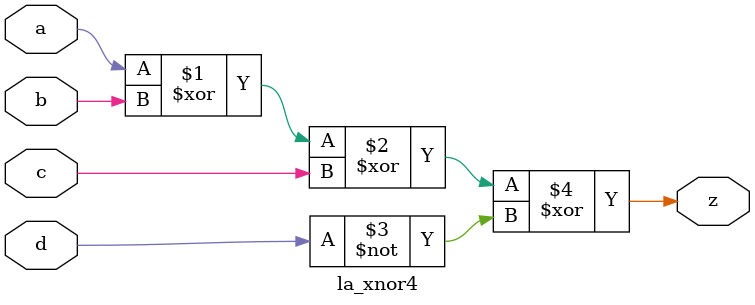
<source format=v>
module la_xnor4(	// file.cleaned.mlir:2:3
  input  a,	// file.cleaned.mlir:2:26
         b,	// file.cleaned.mlir:2:38
         c,	// file.cleaned.mlir:2:50
         d,	// file.cleaned.mlir:2:62
  output z	// file.cleaned.mlir:2:75
);

  assign z = a ^ b ^ c ^ ~d;	// file.cleaned.mlir:4:10, :5:5
endmodule


</source>
